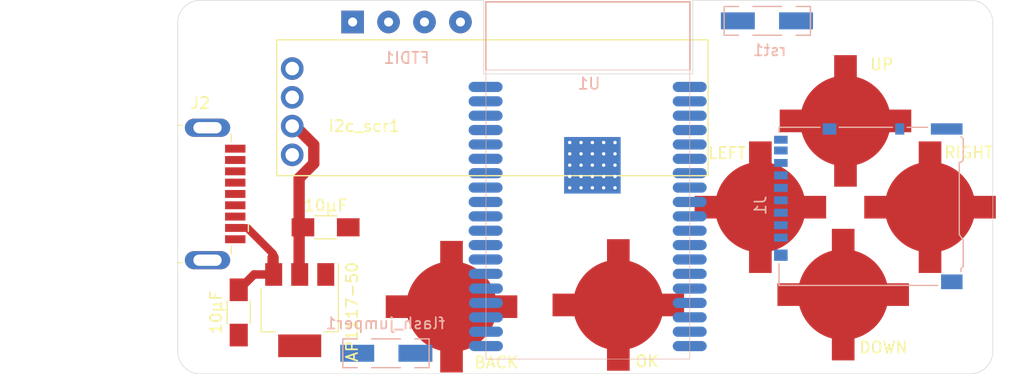
<source format=kicad_pcb>
(kicad_pcb (version 20171130) (host pcbnew 5.1.5)

  (general
    (thickness 1.6)
    (drawings 12)
    (tracks 11)
    (zones 0)
    (modules 16)
    (nets 42)
  )

  (page A4)
  (layers
    (0 F.Cu signal)
    (31 B.Cu signal)
    (32 B.Adhes user)
    (33 F.Adhes user)
    (34 B.Paste user)
    (35 F.Paste user)
    (36 B.SilkS user)
    (37 F.SilkS user)
    (38 B.Mask user)
    (39 F.Mask user)
    (40 Dwgs.User user)
    (41 Cmts.User user)
    (42 Eco1.User user)
    (43 Eco2.User user)
    (44 Edge.Cuts user)
    (45 Margin user)
    (46 B.CrtYd user)
    (47 F.CrtYd user)
    (48 B.Fab user)
    (49 F.Fab user)
  )

  (setup
    (last_trace_width 0.25)
    (user_trace_width 0.25)
    (user_trace_width 0.5)
    (user_trace_width 0.75)
    (user_trace_width 1)
    (trace_clearance 0.2)
    (zone_clearance 0.508)
    (zone_45_only no)
    (trace_min 0.2)
    (via_size 0.8)
    (via_drill 0.4)
    (via_min_size 0.4)
    (via_min_drill 0.3)
    (uvia_size 0.3)
    (uvia_drill 0.1)
    (uvias_allowed no)
    (uvia_min_size 0.2)
    (uvia_min_drill 0.1)
    (edge_width 0.05)
    (segment_width 0.2)
    (pcb_text_width 0.3)
    (pcb_text_size 1.5 1.5)
    (mod_edge_width 0.12)
    (mod_text_size 1 1)
    (mod_text_width 0.15)
    (pad_size 1.524 1.524)
    (pad_drill 0.762)
    (pad_to_mask_clearance 0.051)
    (solder_mask_min_width 0.25)
    (aux_axis_origin 0 0)
    (visible_elements FFFFFF7F)
    (pcbplotparams
      (layerselection 0x010fc_ffffffff)
      (usegerberextensions false)
      (usegerberattributes false)
      (usegerberadvancedattributes false)
      (creategerberjobfile false)
      (excludeedgelayer true)
      (linewidth 0.100000)
      (plotframeref false)
      (viasonmask false)
      (mode 1)
      (useauxorigin false)
      (hpglpennumber 1)
      (hpglpenspeed 20)
      (hpglpendiameter 15.000000)
      (psnegative false)
      (psa4output false)
      (plotreference true)
      (plotvalue true)
      (plotinvisibletext false)
      (padsonsilk false)
      (subtractmaskfromsilk false)
      (outputformat 1)
      (mirror false)
      (drillshape 1)
      (scaleselection 1)
      (outputdirectory ""))
  )

  (net 0 "")
  (net 1 scr_sda)
  (net 2 scr_scl)
  (net 3 +3V3)
  (net 4 GND)
  (net 5 "Net-(U1-Pad4)")
  (net 6 "Net-(U1-Pad5)")
  (net 7 "Net-(U1-Pad6)")
  (net 8 "Net-(U1-Pad7)")
  (net 9 "Net-(U1-Pad8)")
  (net 10 "Net-(U1-Pad9)")
  (net 11 "Net-(U1-Pad10)")
  (net 12 "Net-(U1-Pad11)")
  (net 13 "Net-(U1-Pad16)")
  (net 14 "Net-(U1-Pad17)")
  (net 15 "Net-(U1-Pad18)")
  (net 16 "Net-(U1-Pad19)")
  (net 17 "Net-(U1-Pad20)")
  (net 18 "Net-(U1-Pad21)")
  (net 19 "Net-(U1-Pad22)")
  (net 20 "Net-(U1-Pad27)")
  (net 21 "Net-(U1-Pad28)")
  (net 22 "Net-(U1-Pad32)")
  (net 23 "Net-(J1-Pad1)")
  (net 24 "Net-(J1-Pad8)")
  (net 25 SD_MISO)
  (net 26 SD_CLK)
  (net 27 SD_MOSI)
  (net 28 SD_CS)
  (net 29 +5V)
  (net 30 "Net-(J2-Pad2)")
  (net 31 "Net-(J2-Pad3)")
  (net 32 touch_ok)
  (net 33 touch_back)
  (net 34 touch_right)
  (net 35 touch_left)
  (net 36 touc_down)
  (net 37 touch_up)
  (net 38 flash_jmp)
  (net 39 esp_TX)
  (net 40 esp_RX)
  (net 41 esp_reset)

  (net_class Default "Ceci est la Netclass par défaut."
    (clearance 0.2)
    (trace_width 0.25)
    (via_dia 0.8)
    (via_drill 0.4)
    (uvia_dia 0.3)
    (uvia_drill 0.1)
    (add_net +3V3)
    (add_net +5V)
    (add_net GND)
    (add_net "Net-(J1-Pad1)")
    (add_net "Net-(J1-Pad8)")
    (add_net "Net-(J2-Pad2)")
    (add_net "Net-(J2-Pad3)")
    (add_net "Net-(U1-Pad10)")
    (add_net "Net-(U1-Pad11)")
    (add_net "Net-(U1-Pad16)")
    (add_net "Net-(U1-Pad17)")
    (add_net "Net-(U1-Pad18)")
    (add_net "Net-(U1-Pad19)")
    (add_net "Net-(U1-Pad20)")
    (add_net "Net-(U1-Pad21)")
    (add_net "Net-(U1-Pad22)")
    (add_net "Net-(U1-Pad27)")
    (add_net "Net-(U1-Pad28)")
    (add_net "Net-(U1-Pad32)")
    (add_net "Net-(U1-Pad4)")
    (add_net "Net-(U1-Pad5)")
    (add_net "Net-(U1-Pad6)")
    (add_net "Net-(U1-Pad7)")
    (add_net "Net-(U1-Pad8)")
    (add_net "Net-(U1-Pad9)")
    (add_net SD_CLK)
    (add_net SD_CS)
    (add_net SD_MISO)
    (add_net SD_MOSI)
    (add_net esp_RX)
    (add_net esp_TX)
    (add_net esp_reset)
    (add_net flash_jmp)
    (add_net scr_scl)
    (add_net scr_sda)
    (add_net touc_down)
    (add_net touch_back)
    (add_net touch_left)
    (add_net touch_ok)
    (add_net touch_right)
    (add_net touch_up)
  )

  (module capacitive_touch_pads:simple_pad_solder (layer F.Cu) (tedit 5E78F7B7) (tstamp 5E78B8CE)
    (at 159.9184 130.9116)
    (path /5E7C7D4B)
    (fp_text reference OK (at 2.54 4.9784) (layer F.SilkS)
      (effects (font (size 1 1) (thickness 0.15)))
    )
    (fp_text value OK (at 0 -3.81) (layer F.Fab)
      (effects (font (size 1 1) (thickness 0.15)))
    )
    (pad 1 smd rect (at 0 3.81 180) (size 2 4) (layers F.Cu F.Paste F.Mask)
      (net 32 touch_ok))
    (pad 1 smd rect (at 0 -3.81 180) (size 2 4) (layers F.Cu F.Paste F.Mask)
      (net 32 touch_ok))
    (pad 1 smd rect (at -3.81 0 90) (size 2 4) (layers F.Cu F.Paste F.Mask)
      (net 32 touch_ok))
    (pad 1 smd rect (at 3.81 0 90) (size 2 4) (layers F.Cu F.Paste F.Mask)
      (net 32 touch_ok))
    (pad 1 smd circle (at 0 0) (size 8 8) (layers F.Cu F.Paste F.Mask)
      (net 32 touch_ok))
  )

  (module capacitive_touch_pads:simple_pad_solder (layer F.Cu) (tedit 5E78F7B7) (tstamp 5E789E36)
    (at 145.1864 131.064)
    (path /5E7C7158)
    (fp_text reference BACK (at 3.9624 4.9276) (layer F.SilkS)
      (effects (font (size 1 1) (thickness 0.15)))
    )
    (fp_text value BACK (at 3.6576 -4.318) (layer F.Fab) hide
      (effects (font (size 1 1) (thickness 0.15)))
    )
    (pad 1 smd rect (at 0 3.81 180) (size 2 4) (layers F.Cu F.Paste F.Mask)
      (net 33 touch_back))
    (pad 1 smd rect (at 0 -3.81 180) (size 2 4) (layers F.Cu F.Paste F.Mask)
      (net 33 touch_back))
    (pad 1 smd rect (at -3.81 0 90) (size 2 4) (layers F.Cu F.Paste F.Mask)
      (net 33 touch_back))
    (pad 1 smd rect (at 3.81 0 90) (size 2 4) (layers F.Cu F.Paste F.Mask)
      (net 33 touch_back))
    (pad 1 smd circle (at 0 0) (size 8 8) (layers F.Cu F.Paste F.Mask)
      (net 33 touch_back))
  )

  (module capacitive_touch_pads:simple_pad_solder (layer F.Cu) (tedit 5E78F7B7) (tstamp 5E789E2D)
    (at 187.452 122.2756)
    (path /5E7C66E1)
    (fp_text reference RIGHT (at 3.4036 -4.826) (layer F.SilkS)
      (effects (font (size 1 1) (thickness 0.15)))
    )
    (fp_text value RIGHT (at 0 -3.81) (layer F.Fab) hide
      (effects (font (size 1 1) (thickness 0.15)))
    )
    (pad 1 smd rect (at 0 3.81 180) (size 2 4) (layers F.Cu F.Paste F.Mask)
      (net 34 touch_right))
    (pad 1 smd rect (at 0 -3.81 180) (size 2 4) (layers F.Cu F.Paste F.Mask)
      (net 34 touch_right))
    (pad 1 smd rect (at -3.81 0 90) (size 2 4) (layers F.Cu F.Paste F.Mask)
      (net 34 touch_right))
    (pad 1 smd rect (at 3.81 0 90) (size 2 4) (layers F.Cu F.Paste F.Mask)
      (net 34 touch_right))
    (pad 1 smd circle (at 0 0) (size 8 8) (layers F.Cu F.Paste F.Mask)
      (net 34 touch_right))
  )

  (module capacitive_touch_pads:simple_pad_solder (layer F.Cu) (tedit 5E78F7B7) (tstamp 5E789E24)
    (at 172.466 122.2756)
    (path /5E7C5A3F)
    (fp_text reference LEFT (at -2.9464 -4.7752) (layer F.SilkS)
      (effects (font (size 1 1) (thickness 0.15)))
    )
    (fp_text value LEFT (at 0 -3.81) (layer F.Fab) hide
      (effects (font (size 1 1) (thickness 0.15)))
    )
    (pad 1 smd rect (at 0 3.81 180) (size 2 4) (layers F.Cu F.Paste F.Mask)
      (net 35 touch_left))
    (pad 1 smd rect (at 0 -3.81 180) (size 2 4) (layers F.Cu F.Paste F.Mask)
      (net 35 touch_left))
    (pad 1 smd rect (at -3.81 0 90) (size 2 4) (layers F.Cu F.Paste F.Mask)
      (net 35 touch_left))
    (pad 1 smd rect (at 3.81 0 90) (size 2 4) (layers F.Cu F.Paste F.Mask)
      (net 35 touch_left))
    (pad 1 smd circle (at 0 0) (size 8 8) (layers F.Cu F.Paste F.Mask)
      (net 35 touch_left))
  )

  (module capacitive_touch_pads:simple_pad_solder (layer F.Cu) (tedit 5E78F7B7) (tstamp 5E789E1B)
    (at 179.7812 129.9972)
    (path /5E7C39D9)
    (fp_text reference DOWN (at 3.556 4.6736) (layer F.SilkS)
      (effects (font (size 1 1) (thickness 0.15)))
    )
    (fp_text value DOWN (at 0 -3.81) (layer F.Fab) hide
      (effects (font (size 1 1) (thickness 0.15)))
    )
    (pad 1 smd rect (at 0 3.81 180) (size 2 4) (layers F.Cu F.Paste F.Mask)
      (net 36 touc_down))
    (pad 1 smd rect (at 0 -3.81 180) (size 2 4) (layers F.Cu F.Paste F.Mask)
      (net 36 touc_down))
    (pad 1 smd rect (at -3.81 0 90) (size 2 4) (layers F.Cu F.Paste F.Mask)
      (net 36 touc_down))
    (pad 1 smd rect (at 3.81 0 90) (size 2 4) (layers F.Cu F.Paste F.Mask)
      (net 36 touc_down))
    (pad 1 smd circle (at 0 0) (size 8 8) (layers F.Cu F.Paste F.Mask)
      (net 36 touc_down))
  )

  (module capacitive_touch_pads:simple_pad_solder (layer F.Cu) (tedit 5E78F7B7) (tstamp 5E789E12)
    (at 179.9844 114.6556)
    (path /5E7C8769)
    (fp_text reference UP (at 3.2004 -4.9784) (layer F.SilkS)
      (effects (font (size 1 1) (thickness 0.15)))
    )
    (fp_text value UP (at 0 -3.81) (layer F.Fab) hide
      (effects (font (size 1 1) (thickness 0.15)))
    )
    (pad 1 smd rect (at 0 3.81 180) (size 2 4) (layers F.Cu F.Paste F.Mask)
      (net 37 touch_up))
    (pad 1 smd rect (at 0 -3.81 180) (size 2 4) (layers F.Cu F.Paste F.Mask)
      (net 37 touch_up))
    (pad 1 smd rect (at -3.81 0 90) (size 2 4) (layers F.Cu F.Paste F.Mask)
      (net 37 touch_up))
    (pad 1 smd rect (at 3.81 0 90) (size 2 4) (layers F.Cu F.Paste F.Mask)
      (net 37 touch_up))
    (pad 1 smd circle (at 0 0) (size 8 8) (layers F.Cu F.Paste F.Mask)
      (net 37 touch_up))
  )

  (module keybox-esp:jumper_smd (layer B.Cu) (tedit 5E78F2F0) (tstamp 5E795820)
    (at 173.0756 105.8164 90)
    (path /5E880025)
    (attr smd)
    (fp_text reference rst1 (at -2.5908 0.2032) (layer B.SilkS)
      (effects (font (size 1 1) (thickness 0.15)) (justify mirror))
    )
    (fp_text value rst (at 0 -5.35 -90) (layer B.Fab) hide
      (effects (font (size 1 1) (thickness 0.15)) (justify mirror))
    )
    (fp_line (start -1.27 3.81) (end 1.27 3.81) (layer B.SilkS) (width 0.12))
    (fp_line (start 1.27 1.27) (end 1.27 -1.27) (layer B.SilkS) (width 0.12))
    (fp_line (start -1.27 -1.27) (end -1.27 1.27) (layer B.SilkS) (width 0.12))
    (fp_line (start -1.27 -3.81) (end -1.27 -2.54) (layer B.SilkS) (width 0.12))
    (fp_line (start 1.27 -3.81) (end -1.27 -3.81) (layer B.SilkS) (width 0.12))
    (fp_line (start 1.27 -2.54) (end 1.27 -3.81) (layer B.SilkS) (width 0.12))
    (fp_line (start 1.27 3.81) (end 1.27 2.54) (layer B.SilkS) (width 0.12))
    (fp_line (start -1.27 2.54) (end -1.27 3.81) (layer B.SilkS) (width 0.12))
    (fp_line (start -1.8 -4.35) (end -1.8 4.35) (layer B.CrtYd) (width 0.05))
    (fp_line (start 1.8 -4.35) (end -1.8 -4.35) (layer B.CrtYd) (width 0.05))
    (fp_line (start 1.8 4.35) (end 1.8 -4.35) (layer B.CrtYd) (width 0.05))
    (fp_line (start -1.8 4.35) (end 1.8 4.35) (layer B.CrtYd) (width 0.05))
    (pad 2 smd rect (at 0 -2.6 90) (size 1.5 3) (layers B.Cu B.Paste B.Mask)
      (net 41 esp_reset))
    (pad 1 smd rect (at 0 2.54 90) (size 1.5 3) (layers B.Cu B.Paste B.Mask)
      (net 4 GND))
  )

  (module keybox-esp:jumper_smd (layer B.Cu) (tedit 5E78F2F0) (tstamp 5E79568C)
    (at 139.3952 135.1788 270)
    (path /5E821F43)
    (attr smd)
    (fp_text reference flash_jumper1 (at -2.6416 0.0508) (layer B.SilkS)
      (effects (font (size 1 1) (thickness 0.15)) (justify mirror))
    )
    (fp_text value "flash jmp" (at 0 -5.35 270) (layer B.Fab) hide
      (effects (font (size 1 1) (thickness 0.15)) (justify mirror))
    )
    (fp_line (start -1.27 3.81) (end 1.27 3.81) (layer B.SilkS) (width 0.12))
    (fp_line (start 1.27 1.27) (end 1.27 -1.27) (layer B.SilkS) (width 0.12))
    (fp_line (start -1.27 -1.27) (end -1.27 1.27) (layer B.SilkS) (width 0.12))
    (fp_line (start -1.27 -3.81) (end -1.27 -2.54) (layer B.SilkS) (width 0.12))
    (fp_line (start 1.27 -3.81) (end -1.27 -3.81) (layer B.SilkS) (width 0.12))
    (fp_line (start 1.27 -2.54) (end 1.27 -3.81) (layer B.SilkS) (width 0.12))
    (fp_line (start 1.27 3.81) (end 1.27 2.54) (layer B.SilkS) (width 0.12))
    (fp_line (start -1.27 2.54) (end -1.27 3.81) (layer B.SilkS) (width 0.12))
    (fp_line (start -1.8 -4.35) (end -1.8 4.35) (layer B.CrtYd) (width 0.05))
    (fp_line (start 1.8 -4.35) (end -1.8 -4.35) (layer B.CrtYd) (width 0.05))
    (fp_line (start 1.8 4.35) (end 1.8 -4.35) (layer B.CrtYd) (width 0.05))
    (fp_line (start -1.8 4.35) (end 1.8 4.35) (layer B.CrtYd) (width 0.05))
    (pad 2 smd rect (at 0 -2.6 270) (size 1.5 3) (layers B.Cu B.Paste B.Mask)
      (net 38 flash_jmp))
    (pad 1 smd rect (at 0 2.54 270) (size 1.5 3) (layers B.Cu B.Paste B.Mask)
      (net 4 GND))
  )

  (module Connector_Wire:SolderWirePad_1x04_P3.175mm_Drill0.8mm (layer B.Cu) (tedit 5AEE5FAE) (tstamp 5E7919BA)
    (at 136.4488 105.918)
    (descr "Wire solder connection")
    (tags connector)
    (path /5E824EFD)
    (attr virtual)
    (fp_text reference FTDI1 (at 4.7625 3.175) (layer B.SilkS)
      (effects (font (size 1 1) (thickness 0.15)) (justify mirror))
    )
    (fp_text value FTDI (at 4.7625 -3.175) (layer B.Fab) hide
      (effects (font (size 1 1) (thickness 0.15)) (justify mirror))
    )
    (fp_line (start 11.02 -1.5) (end -1.5 -1.5) (layer B.CrtYd) (width 0.05))
    (fp_line (start 11.02 -1.5) (end 11.02 1.5) (layer B.CrtYd) (width 0.05))
    (fp_line (start -1.5 1.5) (end -1.5 -1.5) (layer B.CrtYd) (width 0.05))
    (fp_line (start -1.5 1.5) (end 11.02 1.5) (layer B.CrtYd) (width 0.05))
    (fp_text user %R (at 4.7625 0) (layer B.Fab) hide
      (effects (font (size 1 1) (thickness 0.15)) (justify mirror))
    )
    (pad 4 thru_hole circle (at 9.525 0) (size 1.99898 1.99898) (drill 0.8001) (layers *.Cu *.Mask)
      (net 4 GND))
    (pad 3 thru_hole circle (at 6.35 0) (size 1.99898 1.99898) (drill 0.8001) (layers *.Cu *.Mask)
      (net 3 +3V3))
    (pad 2 thru_hole circle (at 3.175 0) (size 1.99898 1.99898) (drill 0.8001) (layers *.Cu *.Mask)
      (net 39 esp_TX))
    (pad 1 thru_hole rect (at 0 0) (size 1.99898 1.99898) (drill 0.8001) (layers *.Cu *.Mask)
      (net 40 esp_RX))
  )

  (module AMS1117:C_1206_HandSoldering (layer F.Cu) (tedit 58AA84D1) (tstamp 5E788C14)
    (at 126.3904 131.572 270)
    (descr "Capacitor SMD 1206, hand soldering")
    (tags "capacitor 1206")
    (path /5E79EEA1)
    (attr smd)
    (fp_text reference C5V1 (at 0 -1.75 90) (layer F.SilkS) hide
      (effects (font (size 1 1) (thickness 0.15)))
    )
    (fp_text value 10µF (at 0 2 90) (layer F.SilkS)
      (effects (font (size 1 1) (thickness 0.15)))
    )
    (fp_line (start 3.25 1.05) (end -3.25 1.05) (layer F.CrtYd) (width 0.05))
    (fp_line (start 3.25 1.05) (end 3.25 -1.05) (layer F.CrtYd) (width 0.05))
    (fp_line (start -3.25 -1.05) (end -3.25 1.05) (layer F.CrtYd) (width 0.05))
    (fp_line (start -3.25 -1.05) (end 3.25 -1.05) (layer F.CrtYd) (width 0.05))
    (fp_line (start -1 1.02) (end 1 1.02) (layer F.SilkS) (width 0.12))
    (fp_line (start 1 -1.02) (end -1 -1.02) (layer F.SilkS) (width 0.12))
    (fp_line (start -1.6 -0.8) (end 1.6 -0.8) (layer F.Fab) (width 0.1))
    (fp_line (start 1.6 -0.8) (end 1.6 0.8) (layer F.Fab) (width 0.1))
    (fp_line (start 1.6 0.8) (end -1.6 0.8) (layer F.Fab) (width 0.1))
    (fp_line (start -1.6 0.8) (end -1.6 -0.8) (layer F.Fab) (width 0.1))
    (fp_text user %R (at 0 -1.75 90) (layer F.Fab) hide
      (effects (font (size 1 1) (thickness 0.15)))
    )
    (pad 2 smd rect (at 2 0 270) (size 2 1.6) (layers F.Cu F.Paste F.Mask)
      (net 4 GND))
    (pad 1 smd rect (at -2 0 270) (size 2 1.6) (layers F.Cu F.Paste F.Mask)
      (net 29 +5V))
    (model ${KICAD_SYMBOL_DIR}/AMS1117/AMS1117.3dshapes/C_1206.wrl
      (at (xyz 0 0 0))
      (scale (xyz 1 1 1))
      (rotate (xyz 0 0 0))
    )
  )

  (module AMS1117:C_1206_HandSoldering (layer F.Cu) (tedit 58AA84D1) (tstamp 5E788C03)
    (at 134.0612 124.0536)
    (descr "Capacitor SMD 1206, hand soldering")
    (tags "capacitor 1206")
    (path /5E79F846)
    (attr smd)
    (fp_text reference C3.3V1 (at 0 -1.75) (layer F.SilkS) hide
      (effects (font (size 1 1) (thickness 0.15)))
    )
    (fp_text value 10µF (at 0 -1.9304) (layer F.SilkS)
      (effects (font (size 1 1) (thickness 0.15)))
    )
    (fp_line (start 3.25 1.05) (end -3.25 1.05) (layer F.CrtYd) (width 0.05))
    (fp_line (start 3.25 1.05) (end 3.25 -1.05) (layer F.CrtYd) (width 0.05))
    (fp_line (start -3.25 -1.05) (end -3.25 1.05) (layer F.CrtYd) (width 0.05))
    (fp_line (start -3.25 -1.05) (end 3.25 -1.05) (layer F.CrtYd) (width 0.05))
    (fp_line (start -1 1.02) (end 1 1.02) (layer F.SilkS) (width 0.12))
    (fp_line (start 1 -1.02) (end -1 -1.02) (layer F.SilkS) (width 0.12))
    (fp_line (start -1.6 -0.8) (end 1.6 -0.8) (layer F.Fab) (width 0.1))
    (fp_line (start 1.6 -0.8) (end 1.6 0.8) (layer F.Fab) (width 0.1))
    (fp_line (start 1.6 0.8) (end -1.6 0.8) (layer F.Fab) (width 0.1))
    (fp_line (start -1.6 0.8) (end -1.6 -0.8) (layer F.Fab) (width 0.1))
    (fp_text user %R (at 0 -1.75) (layer F.Fab) hide
      (effects (font (size 1 1) (thickness 0.15)))
    )
    (pad 2 smd rect (at 2 0) (size 2 1.6) (layers F.Cu F.Paste F.Mask)
      (net 4 GND))
    (pad 1 smd rect (at -2 0) (size 2 1.6) (layers F.Cu F.Paste F.Mask)
      (net 3 +3V3))
    (model ${KICAD_SYMBOL_DIR}/AMS1117/AMS1117.3dshapes/C_1206.wrl
      (at (xyz 0 0 0))
      (scale (xyz 1 1 1))
      (rotate (xyz 0 0 0))
    )
  )

  (module AMS1117:SOT-223-3Lead_TabPin2 (layer F.Cu) (tedit 58CE4E7E) (tstamp 5E787EB3)
    (at 131.7752 131.3688 270)
    (descr "module CMS SOT223 4 pins")
    (tags "CMS SOT")
    (path /5E789F4B)
    (attr smd)
    (fp_text reference U2 (at 0 -4.5 90) (layer F.SilkS) hide
      (effects (font (size 1 1) (thickness 0.15)))
    )
    (fp_text value AP1117-50 (at 0.1524 -4.6228 90) (layer F.SilkS)
      (effects (font (size 1 1) (thickness 0.15)))
    )
    (fp_line (start 1.85 -3.35) (end 1.85 3.35) (layer F.Fab) (width 0.1))
    (fp_line (start -1.85 3.35) (end 1.85 3.35) (layer F.Fab) (width 0.1))
    (fp_line (start -4.1 -3.41) (end 1.91 -3.41) (layer F.SilkS) (width 0.12))
    (fp_line (start -0.85 -3.35) (end 1.85 -3.35) (layer F.Fab) (width 0.1))
    (fp_line (start -1.85 3.41) (end 1.91 3.41) (layer F.SilkS) (width 0.12))
    (fp_line (start -1.85 -2.35) (end -1.85 3.35) (layer F.Fab) (width 0.1))
    (fp_line (start -1.85 -2.35) (end -0.85 -3.35) (layer F.Fab) (width 0.1))
    (fp_line (start -4.4 -3.6) (end -4.4 3.6) (layer F.CrtYd) (width 0.05))
    (fp_line (start -4.4 3.6) (end 4.4 3.6) (layer F.CrtYd) (width 0.05))
    (fp_line (start 4.4 3.6) (end 4.4 -3.6) (layer F.CrtYd) (width 0.05))
    (fp_line (start 4.4 -3.6) (end -4.4 -3.6) (layer F.CrtYd) (width 0.05))
    (fp_line (start 1.91 -3.41) (end 1.91 -2.15) (layer F.SilkS) (width 0.12))
    (fp_line (start 1.91 3.41) (end 1.91 2.15) (layer F.SilkS) (width 0.12))
    (fp_text user %R (at 0 0) (layer F.Fab) hide
      (effects (font (size 0.8 0.8) (thickness 0.12)))
    )
    (pad 1 smd rect (at -3.15 -2.3 270) (size 2 1.5) (layers F.Cu F.Paste F.Mask)
      (net 4 GND))
    (pad 3 smd rect (at -3.15 2.3 270) (size 2 1.5) (layers F.Cu F.Paste F.Mask)
      (net 29 +5V))
    (pad 2 smd rect (at -3.15 0 270) (size 2 1.5) (layers F.Cu F.Paste F.Mask)
      (net 3 +3V3))
    (pad 2 smd rect (at 3.15 0 270) (size 2 3.8) (layers F.Cu F.Paste F.Mask)
      (net 3 +3V3))
    (model ${KICAD_SYMBOL_DIR}/AMS1117/AMS1117.3dshapes/SOT-223.wrl
      (at (xyz 0 0 0))
      (scale (xyz 1 1 1))
      (rotate (xyz 0 0 0))
    )
  )

  (module Connector_USB:USB3_A_Plug_Wuerth_692112030100_Horizontal (layer F.Cu) (tedit 5A588E4B) (tstamp 5E74DFFE)
    (at 124.3076 121.1072 180)
    (descr "USB type A Plug, Horizontal, http://katalog.we-online.de/em/datasheet/692112030100.pdf")
    (tags "usb A plug horizontal")
    (path /5E74E25E)
    (attr smd)
    (fp_text reference J2 (at 1.3208 8.0264) (layer F.SilkS)
      (effects (font (size 1 1) (thickness 0.15)))
    )
    (fp_text value USB_A (at 0 8) (layer F.Fab)
      (effects (font (size 1 1) (thickness 0.15)))
    )
    (fp_line (start 18.98 6.5) (end 3.18 6.5) (layer F.CrtYd) (width 0.05))
    (fp_line (start 3.18 6.5) (end 3.18 7.15) (layer F.CrtYd) (width 0.05))
    (fp_line (start 3.18 7.15) (end -1.83 7.15) (layer F.CrtYd) (width 0.05))
    (fp_line (start -1.83 7.15) (end -1.83 4.85) (layer F.CrtYd) (width 0.05))
    (fp_line (start -1.83 4.85) (end -3.18 4.85) (layer F.CrtYd) (width 0.05))
    (fp_line (start 18.98 -6.5) (end 3.18 -6.5) (layer F.CrtYd) (width 0.05))
    (fp_line (start 18.475 6) (end 18.475 -6) (layer F.Fab) (width 0.1))
    (fp_line (start -2.935 -2.7) (end -2.935 -3.3) (layer F.SilkS) (width 0.12))
    (fp_line (start -1.425 4.61) (end -1.425 5.29) (layer F.SilkS) (width 0.12))
    (fp_line (start 3.315 6.06) (end 2.915 6.06) (layer F.SilkS) (width 0.12))
    (fp_line (start -0.725 -3) (end -0.325 -3.4) (layer F.Fab) (width 0.1))
    (fp_line (start 18.475 6) (end -0.325 6) (layer F.Fab) (width 0.1))
    (fp_line (start 18.98 6.5) (end 18.98 -6.5) (layer F.CrtYd) (width 0.05))
    (fp_text user %R (at 9.075 0 180) (layer F.Fab)
      (effects (font (size 1 1) (thickness 0.15)))
    )
    (fp_line (start 3.325 6) (end 3.325 -6) (layer Dwgs.User) (width 0.1))
    (fp_line (start -0.325 6) (end -0.325 -6) (layer F.Fab) (width 0.1))
    (fp_line (start 18.475 -6) (end -0.325 -6) (layer F.Fab) (width 0.1))
    (fp_line (start -0.725 -3) (end -0.325 -2.6) (layer F.Fab) (width 0.1))
    (fp_text user "PCB Edge" (at 2.675 0 90) (layer Dwgs.User)
      (effects (font (size 0.6 0.6) (thickness 0.09)))
    )
    (fp_line (start 3.315 -6.06) (end 2.915 -6.06) (layer F.SilkS) (width 0.12))
    (fp_line (start -1.425 -4.61) (end -1.425 -5.29) (layer F.SilkS) (width 0.12))
    (fp_line (start 3.18 -6.5) (end 3.18 -7.15) (layer F.CrtYd) (width 0.05))
    (fp_line (start 3.18 -7.15) (end -1.83 -7.15) (layer F.CrtYd) (width 0.05))
    (fp_line (start -1.83 -7.15) (end -1.83 -4.85) (layer F.CrtYd) (width 0.05))
    (fp_line (start -1.83 -4.85) (end -3.18 -4.85) (layer F.CrtYd) (width 0.05))
    (fp_line (start -3.18 -4.85) (end -3.18 4.85) (layer F.CrtYd) (width 0.05))
    (pad "" np_thru_hole circle (at 0.675 -2.25 270) (size 1.1 1.1) (drill 1.1) (layers *.Cu *.Mask))
    (pad "" np_thru_hole circle (at 0.675 2.25 270) (size 1.1 1.1) (drill 1.1) (layers *.Cu *.Mask))
    (pad 9 smd rect (at -1.775 -4 180) (size 1.8 0.7) (layers F.Cu F.Paste F.Mask))
    (pad 1 smd rect (at -1.775 -3 270) (size 0.7 1.8) (layers F.Cu F.Paste F.Mask)
      (net 29 +5V))
    (pad 8 smd rect (at -1.775 -2 270) (size 0.7 1.8) (layers F.Cu F.Paste F.Mask))
    (pad 2 smd rect (at -1.775 -1 270) (size 0.7 1.8) (layers F.Cu F.Paste F.Mask)
      (net 30 "Net-(J2-Pad2)"))
    (pad 7 smd rect (at -1.775 0 270) (size 0.7 1.8) (layers F.Cu F.Paste F.Mask))
    (pad 3 smd rect (at -1.775 1 270) (size 0.7 1.8) (layers F.Cu F.Paste F.Mask)
      (net 31 "Net-(J2-Pad3)"))
    (pad 6 smd rect (at -1.775 2 270) (size 0.7 1.8) (layers F.Cu F.Paste F.Mask))
    (pad 4 smd rect (at -1.775 3 270) (size 0.7 1.8) (layers F.Cu F.Paste F.Mask)
      (net 4 GND))
    (pad 5 smd rect (at -1.775 4 270) (size 0.7 1.8) (layers F.Cu F.Paste F.Mask)
      (net 4 GND))
    (pad 10 thru_hole oval (at 0.675 -5.85 270) (size 1.6 4) (drill oval 1 2.5) (layers *.Cu *.Mask))
    (pad 10 thru_hole oval (at 0.675 5.85 270) (size 1.6 4) (drill oval 1 2.5) (layers *.Cu *.Mask))
    (model ${KIPRJMOD}/usb.stp
      (offset (xyz 11.5 0 -1.5))
      (scale (xyz 1 1 1))
      (rotate (xyz 0 0 -90))
    )
  )

  (module Connector_Card:microSD_HC_Hirose_DM3AT-SF-PEJM5 (layer B.Cu) (tedit 5A1DBFB5) (tstamp 5E72629D)
    (at 182.0002 122.1918 270)
    (descr "Micro SD, SMD, right-angle, push-pull (https://www.hirose.com/product/en/download_file/key_name/DM3AT-SF-PEJM5/category/Drawing%20(2D)/doc_file_id/44099/?file_category_id=6&item_id=06090031000&is_series=)")
    (tags "Micro SD")
    (path /5E745444)
    (attr smd)
    (fp_text reference J1 (at -0.075 9.525 90) (layer B.SilkS)
      (effects (font (size 1 1) (thickness 0.15)) (justify mirror))
    )
    (fp_text value Micro_SD_Card (at -0.075 -9.575 90) (layer B.Fab)
      (effects (font (size 1 1) (thickness 0.15)) (justify mirror))
    )
    (fp_arc (start -5.425 -13.225) (end -5.425 -13.725) (angle -90) (layer B.Fab) (width 0.1))
    (fp_arc (start 4.575 -13.225) (end 5.075 -13.225) (angle -90) (layer B.Fab) (width 0.1))
    (fp_arc (start -5.425 -9.225) (end -5.425 -9.725) (angle -90) (layer B.Fab) (width 0.1))
    (fp_arc (start 4.575 -9.225) (end 5.075 -9.225) (angle -90) (layer B.Fab) (width 0.1))
    (fp_line (start 3.275 1.525) (end 2.7 1.125) (layer Dwgs.User) (width 0.1))
    (fp_line (start 3.275 2.025) (end 2 1.125) (layer Dwgs.User) (width 0.1))
    (fp_line (start 3.275 2.525) (end 1.3 1.125) (layer Dwgs.User) (width 0.1))
    (fp_line (start 2.825 2.725) (end 0.6 1.125) (layer Dwgs.User) (width 0.1))
    (fp_line (start 2.125 2.725) (end -0.1 1.125) (layer Dwgs.User) (width 0.1))
    (fp_line (start 1.425 2.725) (end -0.8 1.125) (layer Dwgs.User) (width 0.1))
    (fp_line (start 0.725 2.725) (end -1.5 1.125) (layer Dwgs.User) (width 0.1))
    (fp_line (start 0.025 2.725) (end -2.2 1.125) (layer Dwgs.User) (width 0.1))
    (fp_line (start -0.675 2.725) (end -2.9 1.125) (layer Dwgs.User) (width 0.1))
    (fp_line (start -1.375 2.725) (end -3.6 1.125) (layer Dwgs.User) (width 0.1))
    (fp_line (start -2.075 2.725) (end -4.3 1.125) (layer Dwgs.User) (width 0.1))
    (fp_line (start -5.925 -8.325) (end -5.925 -13.225) (layer B.Fab) (width 0.1))
    (fp_line (start 5.075 -13.225) (end 5.075 -8.325) (layer B.Fab) (width 0.1))
    (fp_line (start -5.425 -13.725) (end 4.575 -13.725) (layer B.Fab) (width 0.1))
    (fp_line (start -5.425 -9.725) (end 4.575 -9.725) (layer B.Fab) (width 0.1))
    (fp_line (start 2.51 -7.975) (end -3.915 -7.975) (layer B.Fab) (width 0.1))
    (fp_line (start 6.925 7.825) (end -6.925 7.825) (layer B.Fab) (width 0.1))
    (fp_line (start 6.925 -8.125) (end 6.925 7.825) (layer B.Fab) (width 0.1))
    (fp_line (start -6.925 -8.125) (end -6.925 7.825) (layer B.Fab) (width 0.1))
    (fp_line (start 5.285 -8.325) (end 3.035 -8.325) (layer B.Fab) (width 0.1))
    (fp_line (start 5.285 -8.325) (end 5.485 -8.125) (layer B.Fab) (width 0.1))
    (fp_line (start 3.035 -8.325) (end 2.51 -7.975) (layer B.Fab) (width 0.1))
    (fp_line (start -5.915 -8.325) (end -6.115 -8.125) (layer B.Fab) (width 0.1))
    (fp_line (start -3.915 -8.125) (end -4.115 -8.325) (layer B.Fab) (width 0.1))
    (fp_line (start -4.115 -8.325) (end -5.915 -8.325) (layer B.Fab) (width 0.1))
    (fp_line (start 5.485 -8.125) (end 6.925 -8.125) (layer B.Fab) (width 0.1))
    (fp_line (start -6.115 -8.125) (end -6.925 -8.125) (layer B.Fab) (width 0.1))
    (fp_line (start -3.915 -8.125) (end -3.915 -7.975) (layer B.Fab) (width 0.1))
    (fp_line (start -5.425 2.725) (end 3.275 2.725) (layer Dwgs.User) (width 0.1))
    (fp_line (start 3.275 2.725) (end 3.275 1.125) (layer Dwgs.User) (width 0.1))
    (fp_line (start 3.275 1.125) (end -5.425 1.125) (layer Dwgs.User) (width 0.1))
    (fp_line (start 2.925 -6.975) (end 5.475 -6.975) (layer Dwgs.User) (width 0.1))
    (fp_line (start 5.475 -6.975) (end 5.475 -8.325) (layer Dwgs.User) (width 0.1))
    (fp_line (start 5.475 -8.325) (end 2.925 -8.325) (layer Dwgs.User) (width 0.1))
    (fp_line (start 2.925 -8.325) (end 2.925 -6.975) (layer Dwgs.User) (width 0.1))
    (fp_line (start -6.125 1.425) (end -5.425 1.425) (layer Dwgs.User) (width 0.1))
    (fp_line (start -5.425 2.725) (end -5.425 -6.175) (layer Dwgs.User) (width 0.1))
    (fp_line (start -5.425 -6.175) (end -6.125 -6.175) (layer Dwgs.User) (width 0.1))
    (fp_line (start -6.125 -6.175) (end -6.125 1.425) (layer Dwgs.User) (width 0.1))
    (fp_line (start -7.225 7.275) (end -6.475 7.275) (layer Dwgs.User) (width 0.1))
    (fp_line (start -6.475 7.275) (end -6.475 -0.775) (layer Dwgs.User) (width 0.1))
    (fp_line (start -6.475 -0.775) (end -7.225 -0.775) (layer Dwgs.User) (width 0.1))
    (fp_line (start -7.225 -0.775) (end -7.225 7.275) (layer Dwgs.User) (width 0.1))
    (fp_line (start -7.82 8.82) (end 7.88 8.82) (layer B.CrtYd) (width 0.05))
    (fp_line (start 7.88 8.82) (end 7.88 -8.88) (layer B.CrtYd) (width 0.05))
    (fp_line (start 7.88 -8.88) (end -7.82 -8.88) (layer B.CrtYd) (width 0.05))
    (fp_line (start -7.82 -8.88) (end -7.82 8.82) (layer B.CrtYd) (width 0.05))
    (fp_line (start 5.075 7.885) (end 6.995 7.885) (layer B.SilkS) (width 0.12))
    (fp_line (start 6.995 7.885) (end 6.995 -6.125) (layer B.SilkS) (width 0.12))
    (fp_line (start -6.525 7.885) (end -6.975 7.885) (layer B.SilkS) (width 0.12))
    (fp_line (start -6.975 7.885) (end -6.975 4.275) (layer B.SilkS) (width 0.12))
    (fp_line (start 5.315 -8.385) (end 3.005 -8.385) (layer B.SilkS) (width 0.12))
    (fp_line (start -5.945 -8.385) (end -4.085 -8.385) (layer B.SilkS) (width 0.12))
    (fp_line (start -5.945 -8.385) (end -6.145 -8.185) (layer B.SilkS) (width 0.12))
    (fp_line (start -6.975 2.575) (end -6.975 -2.125) (layer B.SilkS) (width 0.12))
    (fp_line (start -6.975 -3.425) (end -6.975 -5.225) (layer B.SilkS) (width 0.12))
    (fp_line (start -3.875 -8.035) (end 2.495 -8.035) (layer B.SilkS) (width 0.12))
    (fp_line (start -3.875 -8.035) (end -3.875 -8.185) (layer B.SilkS) (width 0.12))
    (fp_line (start -4.085 -8.385) (end -3.875 -8.185) (layer B.SilkS) (width 0.12))
    (fp_line (start 5.315 -8.385) (end 5.515 -8.185) (layer B.SilkS) (width 0.12))
    (fp_line (start 5.515 -8.185) (end 5.775 -8.185) (layer B.SilkS) (width 0.12))
    (fp_line (start 3.005 -8.385) (end 2.495 -8.035) (layer B.SilkS) (width 0.12))
    (fp_line (start 5.475 -6.975) (end 4.675 -8.325) (layer Dwgs.User) (width 0.1))
    (fp_line (start 4.975 -6.975) (end 4.175 -8.325) (layer Dwgs.User) (width 0.1))
    (fp_line (start 4.475 -6.975) (end 3.675 -8.325) (layer Dwgs.User) (width 0.1))
    (fp_line (start 3.975 -6.975) (end 3.175 -8.325) (layer Dwgs.User) (width 0.1))
    (fp_line (start 3.475 -6.975) (end 2.925 -7.875) (layer Dwgs.User) (width 0.1))
    (fp_line (start -6.475 7.275) (end -7.225 6.775) (layer Dwgs.User) (width 0.1))
    (fp_line (start -6.475 6.775) (end -7.225 6.275) (layer Dwgs.User) (width 0.1))
    (fp_line (start -6.475 6.275) (end -7.225 5.775) (layer Dwgs.User) (width 0.1))
    (fp_line (start -6.475 5.775) (end -7.225 5.275) (layer Dwgs.User) (width 0.1))
    (fp_line (start -6.475 5.275) (end -7.225 4.775) (layer Dwgs.User) (width 0.1))
    (fp_line (start -6.475 4.775) (end -7.225 4.275) (layer Dwgs.User) (width 0.1))
    (fp_line (start -6.475 4.275) (end -7.225 3.775) (layer Dwgs.User) (width 0.1))
    (fp_line (start -6.475 3.775) (end -7.225 3.275) (layer Dwgs.User) (width 0.1))
    (fp_line (start -6.475 3.275) (end -7.225 2.775) (layer Dwgs.User) (width 0.1))
    (fp_line (start -6.475 2.775) (end -7.225 2.275) (layer Dwgs.User) (width 0.1))
    (fp_line (start -6.475 2.275) (end -7.225 1.775) (layer Dwgs.User) (width 0.1))
    (fp_line (start -6.475 1.775) (end -7.225 1.275) (layer Dwgs.User) (width 0.1))
    (fp_line (start -6.475 1.275) (end -7.225 0.775) (layer Dwgs.User) (width 0.1))
    (fp_line (start -6.475 0.775) (end -7.225 0.275) (layer Dwgs.User) (width 0.1))
    (fp_line (start -6.475 0.275) (end -7.225 -0.225) (layer Dwgs.User) (width 0.1))
    (fp_line (start -6.475 -0.225) (end -7.225 -0.725) (layer Dwgs.User) (width 0.1))
    (fp_line (start -6.125 -6.175) (end -5.425 -5.675) (layer Dwgs.User) (width 0.1))
    (fp_line (start -6.125 -5.675) (end -5.425 -5.175) (layer Dwgs.User) (width 0.1))
    (fp_line (start -6.125 -5.175) (end -5.425 -4.675) (layer Dwgs.User) (width 0.1))
    (fp_line (start -6.125 -4.675) (end -5.425 -4.175) (layer Dwgs.User) (width 0.1))
    (fp_line (start -6.125 -4.175) (end -5.425 -3.675) (layer Dwgs.User) (width 0.1))
    (fp_line (start -6.125 -3.675) (end -5.425 -3.175) (layer Dwgs.User) (width 0.1))
    (fp_line (start -6.125 -3.175) (end -5.425 -2.675) (layer Dwgs.User) (width 0.1))
    (fp_line (start -6.125 -2.675) (end -5.425 -2.175) (layer Dwgs.User) (width 0.1))
    (fp_line (start -6.125 -2.175) (end -5.425 -1.675) (layer Dwgs.User) (width 0.1))
    (fp_line (start -6.125 -1.675) (end -5.425 -1.175) (layer Dwgs.User) (width 0.1))
    (fp_line (start -6.125 -1.175) (end -5.425 -0.675) (layer Dwgs.User) (width 0.1))
    (fp_line (start -6.125 -0.675) (end -5.425 -0.175) (layer Dwgs.User) (width 0.1))
    (fp_line (start -6.125 -0.175) (end -5.425 0.325) (layer Dwgs.User) (width 0.1))
    (fp_line (start -6.125 0.325) (end -5.425 0.825) (layer Dwgs.User) (width 0.1))
    (fp_line (start -6.125 1.325) (end -5.975 1.425) (layer Dwgs.User) (width 0.1))
    (fp_line (start -6.125 0.825) (end -5.425 1.325) (layer Dwgs.User) (width 0.1))
    (fp_line (start -5.425 1.325) (end -3.475 2.725) (layer Dwgs.User) (width 0.1))
    (fp_line (start -2.775 2.725) (end -5 1.125) (layer Dwgs.User) (width 0.1))
    (fp_line (start -4.875 2.725) (end -5.425 2.325) (layer Dwgs.User) (width 0.1))
    (fp_line (start -4.175 2.725) (end -5.425 1.825) (layer Dwgs.User) (width 0.1))
    (fp_text user KEEPOUT (at -1.075 1.925 90) (layer Cmts.User)
      (effects (font (size 1 1) (thickness 0.1)))
    )
    (fp_text user KEEPOUT (at -6.85 3.25 180) (layer Cmts.User)
      (effects (font (size 0.6 0.6) (thickness 0.09)))
    )
    (fp_text user KEEPOUT (at 4.2 -7.65 90) (layer Cmts.User)
      (effects (font (size 0.4 0.4) (thickness 0.06)))
    )
    (fp_text user %R (at -0.075 -0.375 90) (layer B.Fab)
      (effects (font (size 1 1) (thickness 0.1)) (justify mirror))
    )
    (fp_text user KEEPOUT (at -1.075 1.925 90) (layer Cmts.User)
      (effects (font (size 1 1) (thickness 0.1)))
    )
    (pad 11 smd rect (at 6.675 -7.375 270) (size 1.3 1.9) (layers B.Cu B.Paste B.Mask))
    (pad 11 smd rect (at -6.825 -6.925 270) (size 1 2.8) (layers B.Cu B.Paste B.Mask))
    (pad 10 smd rect (at -6.825 -2.775 270) (size 1 0.8) (layers B.Cu B.Paste B.Mask))
    (pad 11 smd rect (at -6.825 3.425 270) (size 1 1.2) (layers B.Cu B.Paste B.Mask))
    (pad 11 smd rect (at 4.325 7.725 270) (size 1 1.2) (layers B.Cu B.Paste B.Mask))
    (pad 7 smd rect (at -3.825 7.725 270) (size 0.7 1.2) (layers B.Cu B.Paste B.Mask)
      (net 25 SD_MISO))
    (pad 6 smd rect (at -2.725 7.725 270) (size 0.7 1.2) (layers B.Cu B.Paste B.Mask)
      (net 4 GND))
    (pad 5 smd rect (at -1.625 7.725 270) (size 0.7 1.2) (layers B.Cu B.Paste B.Mask)
      (net 26 SD_CLK))
    (pad 4 smd rect (at -0.525 7.725 270) (size 0.7 1.2) (layers B.Cu B.Paste B.Mask)
      (net 3 +3V3))
    (pad 3 smd rect (at 0.575 7.725 270) (size 0.7 1.2) (layers B.Cu B.Paste B.Mask)
      (net 27 SD_MOSI))
    (pad 2 smd rect (at 1.675 7.725 270) (size 0.7 1.2) (layers B.Cu B.Paste B.Mask)
      (net 28 SD_CS))
    (pad 1 smd rect (at 2.775 7.725 270) (size 0.7 1.2) (layers B.Cu B.Paste B.Mask)
      (net 23 "Net-(J1-Pad1)"))
    (pad 8 smd rect (at -4.925 7.725 270) (size 0.7 1.2) (layers B.Cu B.Paste B.Mask)
      (net 24 "Net-(J1-Pad8)"))
    (pad 9 smd rect (at -5.875 7.725 270) (size 0.7 1.2) (layers B.Cu B.Paste B.Mask)
      (net 4 GND))
    (model ${KIPRJMOD}/DM3AT-SF-PEJM5.stp
      (offset (xyz -165.25 -154 0))
      (scale (xyz 1 1 1))
      (rotate (xyz 0 0 0))
    )
  )

  (module esp32-wrover:ESP32-WROVER (layer B.Cu) (tedit 5B6C7719) (tstamp 5E78ECE1)
    (at 157.226 110.744 180)
    (path /5E72D18A)
    (attr smd)
    (fp_text reference U1 (at -0.1 -0.62 180) (layer B.SilkS)
      (effects (font (size 1 1) (thickness 0.15)) (justify mirror))
    )
    (fp_text value ESP32-WROVER (at 0.1 -2.92 180) (layer B.Fab) hide
      (effects (font (size 1 1) (thickness 0.15)) (justify mirror))
    )
    (fp_line (start 9 -24.95) (end -9 -24.95) (layer B.SilkS) (width 0.05))
    (fp_line (start 9 0.58) (end 9 -24.95) (layer B.SilkS) (width 0.05))
    (fp_line (start -9 0.58) (end 9 0.58) (layer B.SilkS) (width 0.05))
    (fp_line (start -9 -24.95) (end -9 0.58) (layer B.SilkS) (width 0.05))
    (fp_line (start -9.017 0.635) (end -9.017 6.604) (layer B.SilkS) (width 0.15))
    (fp_line (start 9.017 0.635) (end 9.017 6.604) (layer B.SilkS) (width 0.15))
    (fp_line (start 9.017 6.604) (end -9.017 6.604) (layer B.SilkS) (width 0.15))
    (pad 39 thru_hole circle (at -2.4 -5.82 180) (size 0.8 0.8) (drill 0.3) (layers *.Cu *.Mask)
      (net 4 GND))
    (pad 39 smd rect (at -0.4 -7.83 180) (size 5 5) (layers B.Cu B.Paste B.Mask)
      (net 4 GND))
    (pad 1 smd oval (at -9 -0.91 180) (size 3 0.9) (layers B.Cu B.Paste B.Mask)
      (net 4 GND))
    (pad 2 smd oval (at -9 -2.18 180) (size 3 0.9) (layers B.Cu B.Paste B.Mask)
      (net 3 +3V3))
    (pad 3 smd oval (at -9 -3.45 180) (size 3 0.9) (layers B.Cu B.Paste B.Mask)
      (net 41 esp_reset))
    (pad 4 smd oval (at -9 -4.72 180) (size 3 0.9) (layers B.Cu B.Paste B.Mask)
      (net 5 "Net-(U1-Pad4)"))
    (pad 5 smd oval (at -9 -5.99 180) (size 3 0.9) (layers B.Cu B.Paste B.Mask)
      (net 6 "Net-(U1-Pad5)"))
    (pad 6 smd oval (at -9 -7.26 180) (size 3 0.9) (layers B.Cu B.Paste B.Mask)
      (net 7 "Net-(U1-Pad6)"))
    (pad 7 smd oval (at -9 -8.53 180) (size 3 0.9) (layers B.Cu B.Paste B.Mask)
      (net 8 "Net-(U1-Pad7)"))
    (pad 8 smd oval (at -9 -9.8 180) (size 3 0.9) (layers B.Cu B.Paste B.Mask)
      (net 9 "Net-(U1-Pad8)"))
    (pad 9 smd oval (at -9 -11.07 180) (size 3 0.9) (layers B.Cu B.Paste B.Mask)
      (net 10 "Net-(U1-Pad9)"))
    (pad 10 smd oval (at -9 -12.34 180) (size 3 0.9) (layers B.Cu B.Paste B.Mask)
      (net 11 "Net-(U1-Pad10)"))
    (pad 11 smd oval (at -9 -13.61 180) (size 3 0.9) (layers B.Cu B.Paste B.Mask)
      (net 12 "Net-(U1-Pad11)"))
    (pad 12 smd oval (at -9 -14.88 180) (size 3 0.9) (layers B.Cu B.Paste B.Mask)
      (net 36 touc_down))
    (pad 13 smd oval (at -9 -16.15 180) (size 3 0.9) (layers B.Cu B.Paste B.Mask)
      (net 37 touch_up))
    (pad 14 smd oval (at -9 -17.42 180) (size 3 0.9) (layers B.Cu B.Paste B.Mask)
      (net 34 touch_right))
    (pad 15 smd oval (at -9 -18.72 180) (size 3 0.9) (layers B.Cu B.Paste B.Mask)
      (net 4 GND))
    (pad 16 smd oval (at -9 -19.99 180) (size 3 0.9) (layers B.Cu B.Paste B.Mask)
      (net 13 "Net-(U1-Pad16)"))
    (pad 17 smd oval (at -9 -21.26 180) (size 3 0.9) (layers B.Cu B.Paste B.Mask)
      (net 14 "Net-(U1-Pad17)"))
    (pad 18 smd oval (at -9 -22.53 180) (size 3 0.9) (layers B.Cu B.Paste B.Mask)
      (net 15 "Net-(U1-Pad18)"))
    (pad 19 smd oval (at -9 -23.8 180) (size 3 0.9) (layers B.Cu B.Paste B.Mask)
      (net 16 "Net-(U1-Pad19)"))
    (pad 20 smd oval (at 9 -23.8 180) (size 3 0.9) (layers B.Cu B.Paste B.Mask)
      (net 17 "Net-(U1-Pad20)"))
    (pad 21 smd oval (at 9 -22.53 180) (size 3 0.9) (layers B.Cu B.Paste B.Mask)
      (net 18 "Net-(U1-Pad21)"))
    (pad 22 smd oval (at 9 -21.26 180) (size 3 0.9) (layers B.Cu B.Paste B.Mask)
      (net 19 "Net-(U1-Pad22)"))
    (pad 23 smd oval (at 9 -19.99 180) (size 3 0.9) (layers B.Cu B.Paste B.Mask)
      (net 35 touch_left))
    (pad 24 smd oval (at 9 -18.72 180) (size 3 0.9) (layers B.Cu B.Paste B.Mask)
      (net 32 touch_ok))
    (pad 25 smd oval (at 9.03 -17.42 180) (size 3 0.9) (layers B.Cu B.Paste B.Mask)
      (net 38 flash_jmp))
    (pad 26 smd oval (at 9.03 -16.15 180) (size 3 0.9) (layers B.Cu B.Paste B.Mask)
      (net 33 touch_back))
    (pad 27 smd oval (at 9.03 -14.88 180) (size 3 0.9) (layers B.Cu B.Paste B.Mask)
      (net 20 "Net-(U1-Pad27)"))
    (pad 28 smd oval (at 9.03 -13.61 180) (size 3 0.9) (layers B.Cu B.Paste B.Mask)
      (net 21 "Net-(U1-Pad28)"))
    (pad 29 smd oval (at 9.03 -12.34 180) (size 3 0.9) (layers B.Cu B.Paste B.Mask)
      (net 28 SD_CS))
    (pad 30 smd oval (at 9.03 -11.07 180) (size 3 0.9) (layers B.Cu B.Paste B.Mask)
      (net 26 SD_CLK))
    (pad 31 smd oval (at 9.03 -9.8 180) (size 3 0.9) (layers B.Cu B.Paste B.Mask)
      (net 25 SD_MISO))
    (pad 32 smd oval (at 9.03 -8.53 180) (size 3 0.9) (layers B.Cu B.Paste B.Mask)
      (net 22 "Net-(U1-Pad32)"))
    (pad 33 smd oval (at 9.03 -7.26 180) (size 3 0.9) (layers B.Cu B.Paste B.Mask)
      (net 1 scr_sda))
    (pad 34 smd oval (at 9.03 -5.99 180) (size 3 0.9) (layers B.Cu B.Paste B.Mask)
      (net 40 esp_RX))
    (pad 35 smd oval (at 9.03 -4.72 180) (size 3 0.9) (layers B.Cu B.Paste B.Mask)
      (net 39 esp_TX))
    (pad 36 smd oval (at 9.03 -3.45 180) (size 3 0.9) (layers B.Cu B.Paste B.Mask)
      (net 2 scr_scl))
    (pad 37 smd oval (at 9.03 -2.18 180) (size 3 0.9) (layers B.Cu B.Paste B.Mask)
      (net 27 SD_MOSI))
    (pad 38 smd oval (at 9.03 -0.91 180) (size 3 0.9) (layers B.Cu B.Paste B.Mask)
      (net 4 GND))
    (pad 39 thru_hole circle (at -2.4 -6.82 180) (size 0.8 0.8) (drill 0.3) (layers *.Cu *.Mask)
      (net 4 GND))
    (pad 39 thru_hole circle (at -2.4 -7.82 180) (size 0.8 0.8) (drill 0.3) (layers *.Cu *.Mask)
      (net 4 GND))
    (pad 39 thru_hole circle (at -2.4 -8.82 180) (size 0.8 0.8) (drill 0.3) (layers *.Cu *.Mask)
      (net 4 GND))
    (pad 39 thru_hole circle (at -2.4 -9.82 180) (size 0.8 0.8) (drill 0.3) (layers *.Cu *.Mask)
      (net 4 GND))
    (pad 39 thru_hole circle (at -1.4 -9.82 180) (size 0.8 0.8) (drill 0.3) (layers *.Cu *.Mask)
      (net 4 GND))
    (pad 39 thru_hole circle (at -1.4 -8.82 180) (size 0.8 0.8) (drill 0.3) (layers *.Cu *.Mask)
      (net 4 GND))
    (pad 39 thru_hole circle (at -1.4 -7.82 180) (size 0.8 0.8) (drill 0.3) (layers *.Cu *.Mask)
      (net 4 GND))
    (pad 39 thru_hole circle (at -1.4 -6.82 180) (size 0.8 0.8) (drill 0.3) (layers *.Cu *.Mask)
      (net 4 GND))
    (pad 39 thru_hole circle (at -1.4 -5.82 180) (size 0.8 0.8) (drill 0.3) (layers *.Cu *.Mask)
      (net 4 GND))
    (pad 39 thru_hole circle (at 0.6 -5.82 180) (size 0.8 0.8) (drill 0.3) (layers *.Cu *.Mask)
      (net 4 GND))
    (pad 39 thru_hole circle (at 0.6 -6.82 180) (size 0.8 0.8) (drill 0.3) (layers *.Cu *.Mask)
      (net 4 GND))
    (pad 39 thru_hole circle (at 0.6 -7.82 180) (size 0.8 0.8) (drill 0.3) (layers *.Cu *.Mask)
      (net 4 GND))
    (pad 39 thru_hole circle (at 0.6 -8.82 180) (size 0.8 0.8) (drill 0.3) (layers *.Cu *.Mask)
      (net 4 GND))
    (pad 39 thru_hole circle (at 0.6 -9.82 180) (size 0.8 0.8) (drill 0.3) (layers *.Cu *.Mask)
      (net 4 GND))
    (pad 39 thru_hole circle (at -0.4 -9.82 180) (size 0.8 0.8) (drill 0.3) (layers *.Cu *.Mask)
      (net 4 GND))
    (pad 39 thru_hole circle (at -0.4 -8.82 180) (size 0.8 0.8) (drill 0.3) (layers *.Cu *.Mask)
      (net 4 GND))
    (pad 39 thru_hole circle (at -0.4 -7.82 180) (size 0.8 0.8) (drill 0.3) (layers *.Cu *.Mask)
      (net 4 GND))
    (pad 39 thru_hole circle (at -0.4 -6.82 180) (size 0.8 0.8) (drill 0.3) (layers *.Cu *.Mask)
      (net 4 GND))
    (pad 39 thru_hole circle (at -0.4 -5.82 180) (size 0.8 0.8) (drill 0.3) (layers *.Cu *.Mask)
      (net 4 GND))
    (pad 39 thru_hole circle (at 1.6 -9.82 180) (size 0.8 0.8) (drill 0.3) (layers *.Cu *.Mask)
      (net 4 GND))
    (pad 39 thru_hole circle (at 1.6 -8.82 180) (size 0.8 0.8) (drill 0.3) (layers *.Cu *.Mask)
      (net 4 GND))
    (pad 39 thru_hole circle (at 1.6 -7.82 180) (size 0.8 0.8) (drill 0.3) (layers *.Cu *.Mask)
      (net 4 GND))
    (pad 39 thru_hole circle (at 1.6 -6.82 180) (size 0.8 0.8) (drill 0.3) (layers *.Cu *.Mask)
      (net 4 GND))
    (pad 39 thru_hole circle (at 1.6 -5.82 180) (size 0.8 0.8) (drill 0.3) (layers *.Cu *.Mask)
      (net 4 GND))
    (model ${KIPRJMOD}/ESP32-WROVER-I--3DModel-STEP-56544.STEP
      (offset (xyz 0 -9.25 0))
      (scale (xyz 1 1 1))
      (rotate (xyz -90 0 0))
    )
  )

  (module i2c_screen:i2c_screen (layer F.Cu) (tedit 5DE66C77) (tstamp 5E720E08)
    (at 131.1148 117.6528)
    (path /5E72169C)
    (fp_text reference i2c_scr1 (at 6.35 -2.54) (layer F.SilkS)
      (effects (font (size 1 1) (thickness 0.15)))
    )
    (fp_text value i2c_screen (at 7.62 -5.08) (layer F.Fab)
      (effects (font (size 1 1) (thickness 0.15)))
    )
    (fp_line (start -1.37 -10.16) (end -1.37 1.84) (layer F.SilkS) (width 0.12))
    (fp_line (start -1.37 1.84) (end 36.63 1.84) (layer F.SilkS) (width 0.12))
    (fp_line (start 36.73 -10.16) (end 36.73 1.84) (layer F.SilkS) (width 0.12))
    (fp_line (start -1.27 -10.16) (end 36.73 -10.16) (layer F.SilkS) (width 0.12))
    (pad SDA thru_hole circle (at 0 -7.62) (size 2 2) (drill 1.2) (layers *.Cu *.Mask)
      (net 1 scr_sda))
    (pad SCL thru_hole circle (at 0 -5.08) (size 2 2) (drill 1.2) (layers *.Cu *.Mask)
      (net 2 scr_scl))
    (pad VCC thru_hole circle (at 0 -2.54) (size 2 2) (drill 1.2) (layers *.Cu *.Mask)
      (net 3 +3V3))
    (pad GND thru_hole circle (at 0 0) (size 2 2) (drill 1.2) (layers *.Cu *.Mask)
      (net 4 GND))
    (model "${PROJECT}/0.91in OLED Module - Without Glass.stp"
      (offset (xyz 17.5 4 1.2))
      (scale (xyz 1 1 1))
      (rotate (xyz 0 0 0))
    )
  )

  (gr_line (start 166.5 110.5) (end 166.5 104) (layer Edge.Cuts) (width 0.05) (tstamp 5E78EE0A))
  (gr_line (start 148 110.5) (end 166.5 110.5) (layer Edge.Cuts) (width 0.05))
  (gr_line (start 148 104) (end 148 110.5) (layer Edge.Cuts) (width 0.05))
  (gr_line (start 166.5 104) (end 191 104) (layer Edge.Cuts) (width 0.05) (tstamp 5E78EB99))
  (gr_arc (start 123 135) (end 121 135) (angle -90) (layer Edge.Cuts) (width 0.05) (tstamp 5E726B32))
  (gr_arc (start 191 135) (end 191 137) (angle -90) (layer Edge.Cuts) (width 0.05) (tstamp 5E726B32))
  (gr_arc (start 191 106) (end 193 106) (angle -90) (layer Edge.Cuts) (width 0.05) (tstamp 5E726B32))
  (gr_arc (start 123 106) (end 123 104) (angle -90) (layer Edge.Cuts) (width 0.05))
  (gr_line (start 121 135) (end 121 106) (layer Edge.Cuts) (width 0.05) (tstamp 5E7269C5))
  (gr_line (start 191 137) (end 123 137) (layer Edge.Cuts) (width 0.05))
  (gr_line (start 193 106) (end 193 135) (layer Edge.Cuts) (width 0.05))
  (gr_line (start 123 104) (end 148 104) (layer Edge.Cuts) (width 0.05))

  (segment (start 132.317999 116.061999) (end 131.318 115.062) (width 1) (layer F.Cu) (net 3))
  (segment (start 133.018001 118.418001) (end 133.018001 116.762001) (width 1) (layer F.Cu) (net 3))
  (segment (start 133.018001 116.762001) (end 132.317999 116.061999) (width 1) (layer F.Cu) (net 3))
  (segment (start 131.7244 119.711602) (end 133.018001 118.418001) (width 1) (layer F.Cu) (net 3))
  (segment (start 131.7244 128.2188) (end 131.7244 119.711602) (width 1) (layer F.Cu) (net 3))
  (segment (start 129.4244 126.7188) (end 129.4244 128.2188) (width 1) (layer F.Cu) (net 29))
  (segment (start 129.4244 126.388998) (end 129.4244 126.7188) (width 0.5) (layer F.Cu) (net 29))
  (segment (start 127.142602 124.1072) (end 129.4244 126.388998) (width 0.7) (layer F.Cu) (net 29))
  (segment (start 126.0826 124.1072) (end 127.142602 124.1072) (width 0.5) (layer F.Cu) (net 29))
  (segment (start 127.7436 128.2188) (end 126.3904 129.572) (width 0.75) (layer F.Cu) (net 29))
  (segment (start 129.4752 128.2188) (end 127.7436 128.2188) (width 0.75) (layer F.Cu) (net 29))

)

</source>
